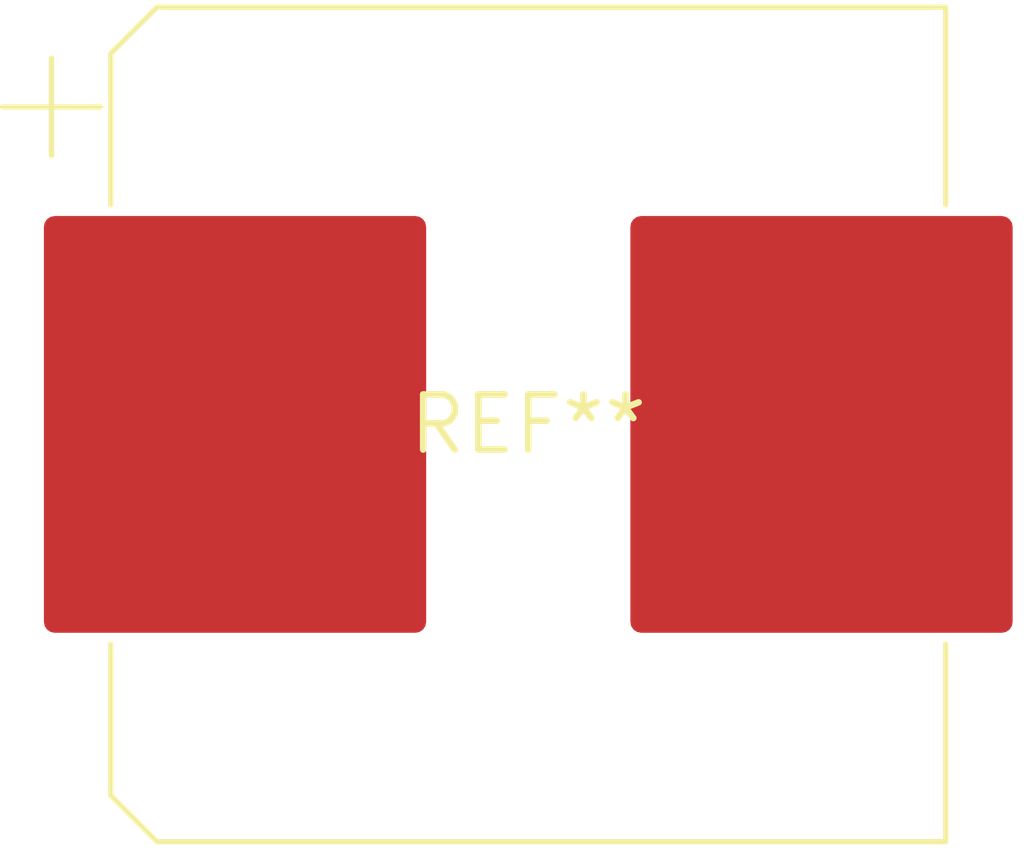
<source format=kicad_pcb>
(kicad_pcb (version 20240108) (generator pcbnew)
  (layers (0 "F.Cu" signal) (31 "B.Cu" signal) (34 "B.Paste" user) (35 "F.Paste" user) (36 "B.SilkS" user "B.Silkscreen") (37 "F.SilkS" user "F.Silkscreen") (38 "B.Mask" user) (39 "F.Mask" user) (44 "Edge.Cuts" user))
  (net 0 "")
  (footprint "CP_Elec_18x17.5" (layer "F.Cu") (at 0 0)
    (property "Reference" "REF**")
    (property "Value" "CP_Elec_18x17.5")
    (fp_line (start -12.1 -7.31) (end -9.85 -7.31) (layer "F.SilkS") (stroke (width 0.12)))
    (fp_line (start -10.975 -8.435) (end -10.975 -6.185) (layer "F.SilkS") (stroke (width 0.12)))
    (fp_line (start -9.61 -8.545563) (end -9.61 -5.06) (layer "F.SilkS") (stroke (width 0.12)))
    (fp_line (start -9.61 -8.545563) (end -8.545563 -9.61) (layer "F.SilkS") (stroke (width 0.12)))
    (fp_line (start -9.61 8.545563) (end -9.61 5.06) (layer "F.SilkS") (stroke (width 0.12)))
    (fp_line (start -9.61 8.545563) (end -8.545563 9.61) (layer "F.SilkS") (stroke (width 0.12)))
    (fp_line (start -8.545563 -9.61) (end 9.61 -9.61) (layer "F.SilkS") (stroke (width 0.12)))
    (fp_line (start -8.545563 9.61) (end 9.61 9.61) (layer "F.SilkS") (stroke (width 0.12)))
    (fp_line (start 9.61 -9.61) (end 9.61 -5.06) (layer "F.SilkS") (stroke (width 0.12)))
    (fp_line (start 9.61 9.61) (end 9.61 5.06) (layer "F.SilkS") (stroke (width 0.12)))
    (pad "1" smd roundrect (at -6.75 0) (size 8.8 9.6) (layers "F.Cu" "F.Paste" "F.Mask") (roundrect_rratio 0.028409))
    (pad "2" smd roundrect (at 6.75 0) (size 8.8 9.6) (layers "F.Cu" "F.Paste" "F.Mask") (roundrect_rratio 0.028409))
  )
)
</source>
